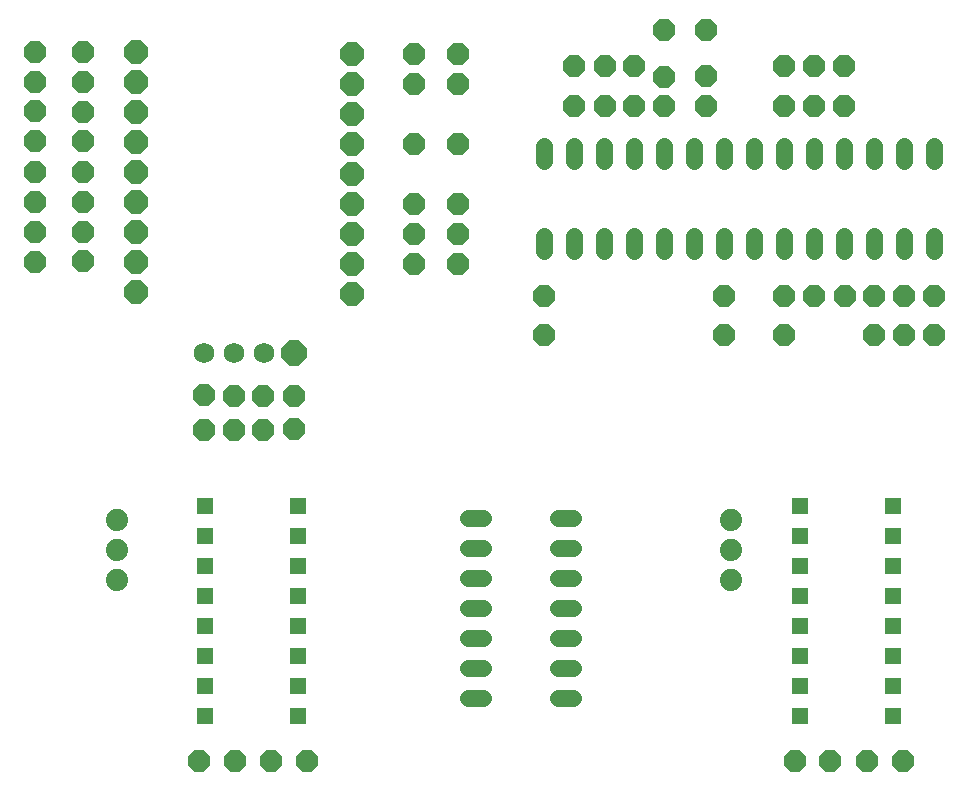
<source format=gbr>
G04 EAGLE Gerber RS-274X export*
G75*
%MOMM*%
%FSLAX34Y34*%
%LPD*%
%INSoldermask Top*%
%IPPOS*%
%AMOC8*
5,1,8,0,0,1.08239X$1,22.5*%
G01*
%ADD10R,1.403200X1.403200*%
%ADD11P,1.951982X8X22.500000*%
%ADD12C,1.422400*%
%ADD13P,2.144431X8X22.500000*%
%ADD14C,1.727200*%
%ADD15P,2.309387X8X22.500000*%
%ADD16C,1.879600*%


D10*
X787800Y247500D03*
X787800Y222100D03*
X787800Y196700D03*
X787800Y171300D03*
X787800Y145900D03*
X787800Y120500D03*
X866700Y120500D03*
X866700Y145900D03*
X866700Y171300D03*
X866700Y196700D03*
X866700Y222100D03*
X866700Y247500D03*
X787800Y95100D03*
X866700Y95100D03*
X787800Y69700D03*
X866700Y69700D03*
X284400Y247500D03*
X284400Y222100D03*
X284400Y196700D03*
X284400Y171300D03*
X284400Y145900D03*
X284400Y120500D03*
X363300Y120500D03*
X363300Y145900D03*
X363300Y171300D03*
X363300Y196700D03*
X363300Y222100D03*
X363300Y247500D03*
X284400Y95100D03*
X363300Y95100D03*
X284400Y69700D03*
X363300Y69700D03*
D11*
X461134Y452897D03*
X498500Y452897D03*
D12*
X901700Y540004D02*
X901700Y552196D01*
X876300Y552196D02*
X876300Y540004D01*
X850900Y540004D02*
X850900Y552196D01*
X825500Y552196D02*
X825500Y540004D01*
X800100Y540004D02*
X800100Y552196D01*
X774700Y552196D02*
X774700Y540004D01*
X749300Y540004D02*
X749300Y552196D01*
X723900Y552196D02*
X723900Y540004D01*
X698500Y540004D02*
X698500Y552196D01*
X673100Y552196D02*
X673100Y540004D01*
X647700Y540004D02*
X647700Y552196D01*
X622300Y552196D02*
X622300Y540004D01*
X596900Y540004D02*
X596900Y552196D01*
X571500Y552196D02*
X571500Y540004D01*
X571500Y475996D02*
X571500Y463804D01*
X596900Y463804D02*
X596900Y475996D01*
X622300Y475996D02*
X622300Y463804D01*
X647700Y463804D02*
X647700Y475996D01*
X673100Y475996D02*
X673100Y463804D01*
X698500Y463804D02*
X698500Y475996D01*
X723900Y475996D02*
X723900Y463804D01*
X749300Y463804D02*
X749300Y475996D01*
X774700Y475996D02*
X774700Y463804D01*
X800100Y463804D02*
X800100Y475996D01*
X825500Y475996D02*
X825500Y463804D01*
X850900Y463804D02*
X850900Y475996D01*
X876300Y475996D02*
X876300Y463804D01*
X901700Y463804D02*
X901700Y475996D01*
X595696Y85100D02*
X583504Y85100D01*
X583504Y110500D02*
X595696Y110500D01*
X595696Y237500D02*
X583504Y237500D01*
X519496Y237500D02*
X507304Y237500D01*
X583504Y135900D02*
X595696Y135900D01*
X595696Y161300D02*
X583504Y161300D01*
X583504Y212100D02*
X595696Y212100D01*
X595696Y186700D02*
X583504Y186700D01*
X519496Y212100D02*
X507304Y212100D01*
X507304Y186700D02*
X519496Y186700D01*
X519496Y161300D02*
X507304Y161300D01*
X507304Y135900D02*
X519496Y135900D01*
X519496Y110500D02*
X507304Y110500D01*
X507304Y85100D02*
X519496Y85100D01*
D13*
X226200Y632300D03*
X226200Y606900D03*
X226200Y581500D03*
X226200Y556100D03*
X226200Y530700D03*
X226200Y505300D03*
X226200Y479900D03*
X226200Y454500D03*
X226200Y429100D03*
X408800Y630700D03*
X408800Y605300D03*
X408800Y579900D03*
X408800Y554500D03*
X408800Y529100D03*
X408800Y503700D03*
X408800Y478300D03*
X408800Y452900D03*
X408800Y427500D03*
D14*
X283400Y377200D03*
X308800Y377200D03*
X334200Y377200D03*
D15*
X359600Y377200D03*
D11*
X359283Y312800D03*
X708627Y611487D03*
X672897Y611081D03*
X672897Y586123D03*
X708627Y586123D03*
X140000Y556285D03*
X774827Y392800D03*
X140000Y480000D03*
X724027Y425534D03*
X800176Y425534D03*
X825734Y425534D03*
X850900Y425534D03*
X876478Y425534D03*
X901675Y425534D03*
X359283Y340665D03*
X333781Y340690D03*
X825551Y586123D03*
X800176Y586123D03*
X774522Y586123D03*
X647649Y586123D03*
X622605Y586123D03*
X597027Y586123D03*
X774827Y425534D03*
X571576Y425534D03*
X844700Y32038D03*
X813745Y32038D03*
X783824Y32038D03*
X875626Y32038D03*
X339900Y32038D03*
X309500Y32038D03*
X279294Y32038D03*
X370586Y32038D03*
X140000Y454616D03*
X140000Y530588D03*
X498500Y630555D03*
X498500Y605239D03*
X498500Y554482D03*
X498500Y503733D03*
X597027Y620400D03*
X622605Y620400D03*
X647649Y620400D03*
X672897Y650400D03*
X708627Y650400D03*
X774522Y620400D03*
X498500Y478257D03*
X308894Y340451D03*
X180823Y454769D03*
X461134Y503733D03*
X283300Y341200D03*
X180823Y556285D03*
X180823Y606966D03*
X180823Y581566D03*
X180823Y632289D03*
X461134Y630555D03*
X461134Y605239D03*
X461134Y554482D03*
X461134Y478257D03*
X800176Y620400D03*
X876478Y392800D03*
X283300Y312000D03*
X308894Y312000D03*
X333781Y312000D03*
X724027Y392800D03*
X571576Y392800D03*
X825551Y620400D03*
X140000Y581783D03*
X140000Y606596D03*
X850900Y392800D03*
X901675Y392800D03*
X140000Y505366D03*
X180823Y505366D03*
X180823Y480000D03*
X180823Y530588D03*
X140000Y632289D03*
D16*
X730000Y235400D03*
X730000Y210000D03*
X730000Y184600D03*
X210000Y235400D03*
X210000Y210000D03*
X210000Y184600D03*
M02*

</source>
